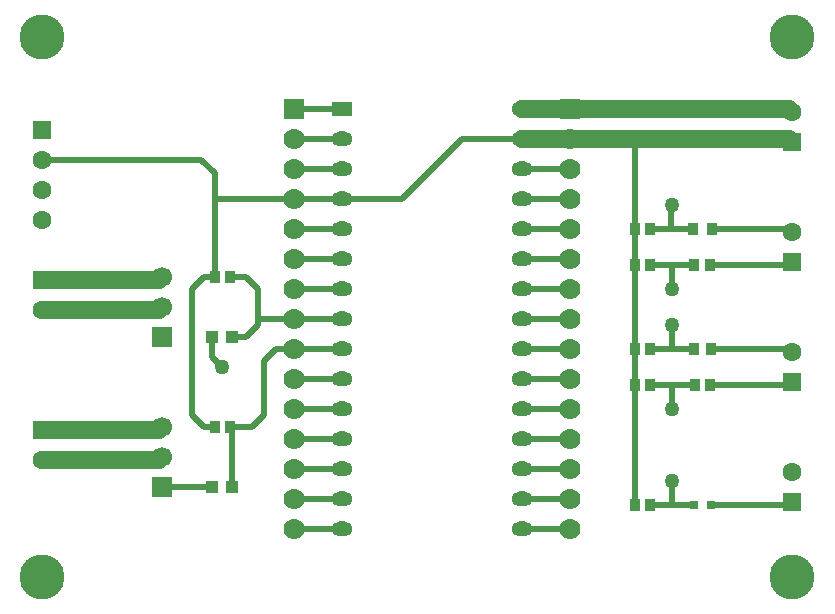
<source format=gtl>
G04 Layer_Physical_Order=1*
G04 Layer_Color=25308*
%FSLAX25Y25*%
%MOIN*%
G70*
G01*
G75*
%ADD10R,0.03740X0.04134*%
%ADD11R,0.03543X0.03937*%
%ADD12R,0.04400X0.04000*%
%ADD13R,0.03000X0.03000*%
%ADD14R,0.03740X0.03937*%
%ADD15R,0.03543X0.04134*%
%ADD16C,0.02000*%
%ADD17C,0.06000*%
%ADD18C,0.15000*%
%ADD19R,0.06299X0.06299*%
%ADD20C,0.06299*%
%ADD21R,0.06693X0.06693*%
%ADD22C,0.06693*%
%ADD23R,0.07000X0.07000*%
%ADD24C,0.07000*%
%ADD25O,0.07000X0.05000*%
%ADD26R,0.07000X0.05000*%
%ADD27C,0.05000*%
D10*
X392756Y296000D02*
D03*
X387244D02*
D03*
D11*
X372559Y244000D02*
D03*
X367441D02*
D03*
X232559Y320000D02*
D03*
X227441D02*
D03*
X232559Y270000D02*
D03*
X227441D02*
D03*
X372559Y284000D02*
D03*
X367441D02*
D03*
X372559Y296000D02*
D03*
X367441D02*
D03*
X372559Y336000D02*
D03*
X367441D02*
D03*
X372559Y324000D02*
D03*
X367441D02*
D03*
X392559Y284000D02*
D03*
X387441D02*
D03*
D12*
X233347Y250000D02*
D03*
X226600D02*
D03*
X233347Y300000D02*
D03*
X226600D02*
D03*
D13*
X387250Y244000D02*
D03*
X392750D02*
D03*
D14*
X386850Y336000D02*
D03*
X393150D02*
D03*
D15*
X392657Y324000D02*
D03*
X387343D02*
D03*
D16*
X170000Y359000D02*
X223000D01*
X227441Y354559D01*
Y346000D02*
Y354559D01*
X330000Y276000D02*
X346000D01*
X330000Y286000D02*
X346000D01*
X380000Y244000D02*
X387250D01*
X372559D02*
X380000D01*
Y252000D01*
Y284000D02*
X387441D01*
X372559D02*
X380000D01*
Y276000D02*
Y284000D01*
Y296000D02*
X387244D01*
X372559D02*
X380000D01*
Y304000D01*
X330000Y296000D02*
X346000D01*
X392559Y284000D02*
X419000D01*
X392756Y296000D02*
X419000D01*
X330000Y316000D02*
X346000D01*
X210000Y250000D02*
X226600D01*
X367441Y336000D02*
Y365441D01*
Y284000D02*
Y296000D01*
Y324000D01*
Y336000D01*
X393150D02*
X419000D01*
X392657Y324000D02*
X419000D01*
X367441Y244000D02*
Y284000D01*
X392750Y244000D02*
X419000D01*
X372559Y324000D02*
X379951D01*
X387343D01*
X330000Y356000D02*
X346000D01*
X330000Y336000D02*
X346000D01*
X330000Y326000D02*
X346000D01*
X330000Y266000D02*
X346000D01*
X330000Y256000D02*
X346000D01*
X330000Y246000D02*
X346000D01*
X330000Y236000D02*
X346000D01*
X254000D02*
X270000D01*
X254000Y246000D02*
X270000D01*
X254000Y256000D02*
X270000D01*
X254000Y266000D02*
X270000D01*
X254000Y276000D02*
X270000D01*
X254000Y286000D02*
X270000D01*
X254000Y296000D02*
X270000D01*
X254000Y306000D02*
X270000D01*
X254000Y316000D02*
X270000D01*
X254000Y326000D02*
X270000D01*
X254000Y336000D02*
X270000D01*
X254000Y346000D02*
X270000D01*
X254000Y356000D02*
X270000D01*
X254000Y366000D02*
X270000D01*
X254000Y376000D02*
X270000D01*
Y346000D02*
X290000D01*
X310000Y366000D01*
X330000D01*
Y346000D02*
X346000D01*
X330000Y306000D02*
X346000D01*
X232559Y320000D02*
X238000D01*
X242000Y316000D01*
Y306000D02*
Y316000D01*
Y306000D02*
X254000D01*
X233347Y300000D02*
X238000D01*
X242000Y304000D01*
Y306000D01*
X224000Y320000D02*
X227441D01*
X220000Y316000D02*
X224000Y320000D01*
X220000Y274000D02*
Y316000D01*
Y274000D02*
X224000Y270000D01*
X227441D01*
X226600Y293400D02*
Y300000D01*
Y293400D02*
X230000Y290000D01*
X240000Y270000D02*
X244000Y274000D01*
Y292000D01*
X248000Y296000D01*
X254000D01*
X233347Y250000D02*
Y269213D01*
X232559Y270000D02*
X240000D01*
X227441Y346000D02*
X254000D01*
X227441Y320000D02*
Y346000D01*
X379705Y336000D02*
Y343705D01*
X372559Y336000D02*
X379705D01*
X386850D01*
X379951Y316049D02*
Y324000D01*
D17*
X330000Y376000D02*
X346000D01*
X419000D01*
X330000Y366000D02*
X346000D01*
X419000D01*
X170000Y269000D02*
X209000D01*
X170000Y259000D02*
X209000D01*
X170000Y319000D02*
X209000D01*
X170000Y309000D02*
X209000D01*
D18*
X420000Y220000D02*
D03*
X170000D02*
D03*
X420000Y400000D02*
D03*
X170000D02*
D03*
D19*
Y319000D02*
D03*
Y369000D02*
D03*
X420000Y245000D02*
D03*
X170000Y269000D02*
D03*
X420000Y285000D02*
D03*
Y325000D02*
D03*
Y365000D02*
D03*
D20*
X170000Y309000D02*
D03*
Y339000D02*
D03*
Y349000D02*
D03*
Y359000D02*
D03*
X420000Y255000D02*
D03*
X170000Y259000D02*
D03*
X420000Y295000D02*
D03*
Y335000D02*
D03*
Y375000D02*
D03*
D21*
X210000Y300000D02*
D03*
Y250000D02*
D03*
D22*
Y310000D02*
D03*
Y320000D02*
D03*
Y260000D02*
D03*
Y270000D02*
D03*
D23*
X254000Y376000D02*
D03*
X346000D02*
D03*
D24*
X254000Y366000D02*
D03*
Y356000D02*
D03*
Y346000D02*
D03*
Y336000D02*
D03*
Y326000D02*
D03*
Y316000D02*
D03*
Y306000D02*
D03*
Y296000D02*
D03*
Y286000D02*
D03*
Y276000D02*
D03*
Y266000D02*
D03*
Y256000D02*
D03*
Y246000D02*
D03*
Y236000D02*
D03*
X346000Y366000D02*
D03*
Y356000D02*
D03*
Y346000D02*
D03*
Y336000D02*
D03*
Y326000D02*
D03*
Y316000D02*
D03*
Y306000D02*
D03*
Y296000D02*
D03*
Y286000D02*
D03*
Y276000D02*
D03*
Y266000D02*
D03*
Y256000D02*
D03*
Y246000D02*
D03*
Y236000D02*
D03*
D25*
X330000D02*
D03*
Y246000D02*
D03*
Y256000D02*
D03*
Y266000D02*
D03*
Y276000D02*
D03*
Y286000D02*
D03*
Y296000D02*
D03*
Y306000D02*
D03*
Y316000D02*
D03*
Y326000D02*
D03*
Y336000D02*
D03*
Y346000D02*
D03*
Y356000D02*
D03*
Y366000D02*
D03*
Y376000D02*
D03*
X270000Y236000D02*
D03*
Y246000D02*
D03*
Y256000D02*
D03*
Y266000D02*
D03*
Y276000D02*
D03*
Y286000D02*
D03*
Y296000D02*
D03*
Y306000D02*
D03*
Y316000D02*
D03*
Y326000D02*
D03*
Y336000D02*
D03*
Y346000D02*
D03*
Y356000D02*
D03*
Y366000D02*
D03*
D26*
Y376000D02*
D03*
D27*
X380000Y252000D02*
D03*
Y276000D02*
D03*
Y304000D02*
D03*
Y316000D02*
D03*
X230000Y290000D02*
D03*
X380000Y344000D02*
D03*
M02*

</source>
